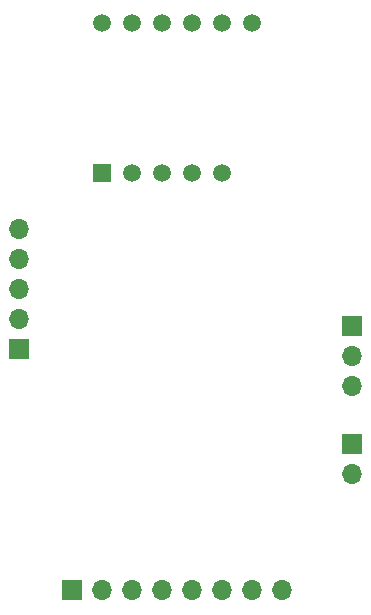
<source format=gbr>
%TF.GenerationSoftware,KiCad,Pcbnew,(5.1.10)-1*%
%TF.CreationDate,2021-06-06T23:17:20+07:00*%
%TF.ProjectId,busdisplay_r2,62757364-6973-4706-9c61-795f72322e6b,3*%
%TF.SameCoordinates,Original*%
%TF.FileFunction,Soldermask,Bot*%
%TF.FilePolarity,Negative*%
%FSLAX46Y46*%
G04 Gerber Fmt 4.6, Leading zero omitted, Abs format (unit mm)*
G04 Created by KiCad (PCBNEW (5.1.10)-1) date 2021-06-06 23:17:20*
%MOMM*%
%LPD*%
G01*
G04 APERTURE LIST*
%ADD10C,1.500000*%
%ADD11R,1.500000X1.500000*%
%ADD12O,1.700000X1.700000*%
%ADD13R,1.700000X1.700000*%
G04 APERTURE END LIST*
D10*
%TO.C,LED1*%
X57200000Y-32900000D03*
X52120000Y-45600000D03*
X44500000Y-32900000D03*
X52120000Y-32900000D03*
D11*
X44500000Y-45600000D03*
D10*
X54660000Y-32900000D03*
X47040000Y-32900000D03*
X49580000Y-45600000D03*
X49580000Y-32900000D03*
X54660000Y-45600000D03*
X47040000Y-45600000D03*
%TD*%
D12*
%TO.C,J4*%
X65691000Y-71091000D03*
D13*
X65691000Y-68551000D03*
%TD*%
D12*
%TO.C,J3*%
X59780000Y-80900000D03*
X57240000Y-80900000D03*
X54700000Y-80900000D03*
X52160000Y-80900000D03*
X49620000Y-80900000D03*
X47080000Y-80900000D03*
X44540000Y-80900000D03*
D13*
X42000000Y-80900000D03*
%TD*%
%TO.C,J2*%
X37465000Y-60452000D03*
D12*
X37465000Y-57912000D03*
X37465000Y-55372000D03*
X37465000Y-52832000D03*
X37465000Y-50292000D03*
%TD*%
%TO.C,J1*%
X65691000Y-63571000D03*
X65691000Y-61031000D03*
D13*
X65691000Y-58491000D03*
%TD*%
M02*

</source>
